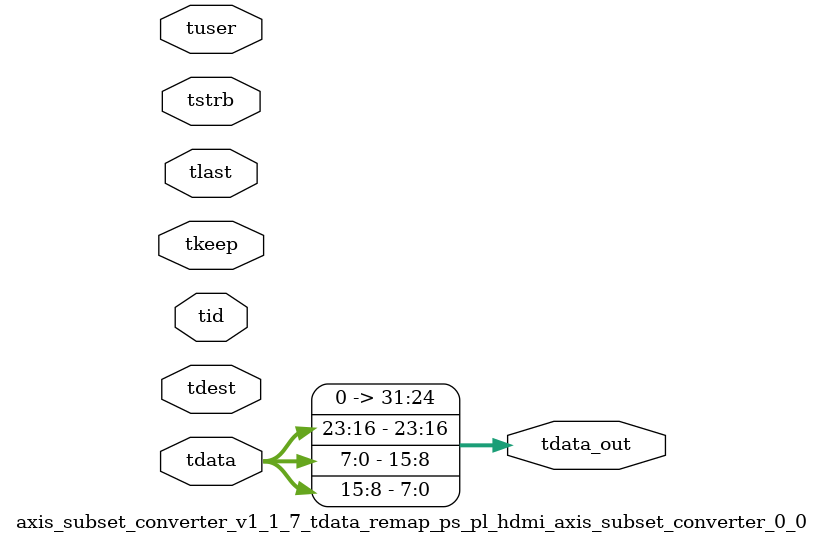
<source format=v>


`timescale 1ps/1ps

module axis_subset_converter_v1_1_7_tdata_remap_ps_pl_hdmi_axis_subset_converter_0_0 #
(
parameter C_S_AXIS_TDATA_WIDTH = 32,
parameter C_S_AXIS_TUSER_WIDTH = 0,
parameter C_S_AXIS_TID_WIDTH   = 0,
parameter C_S_AXIS_TDEST_WIDTH = 0,
parameter C_M_AXIS_TDATA_WIDTH = 32
)
(
input  [(C_S_AXIS_TDATA_WIDTH == 0 ? 1 : C_S_AXIS_TDATA_WIDTH)-1:0     ] tdata,
input  [(C_S_AXIS_TUSER_WIDTH == 0 ? 1 : C_S_AXIS_TUSER_WIDTH)-1:0     ] tuser,
input  [(C_S_AXIS_TID_WIDTH   == 0 ? 1 : C_S_AXIS_TID_WIDTH)-1:0       ] tid,
input  [(C_S_AXIS_TDEST_WIDTH == 0 ? 1 : C_S_AXIS_TDEST_WIDTH)-1:0     ] tdest,
input  [(C_S_AXIS_TDATA_WIDTH/8)-1:0 ] tkeep,
input  [(C_S_AXIS_TDATA_WIDTH/8)-1:0 ] tstrb,
input                                                                    tlast,
output [C_M_AXIS_TDATA_WIDTH-1:0] tdata_out
);

assign tdata_out = {tdata[23:16], tdata[7:0], tdata[15:8]};

endmodule


</source>
